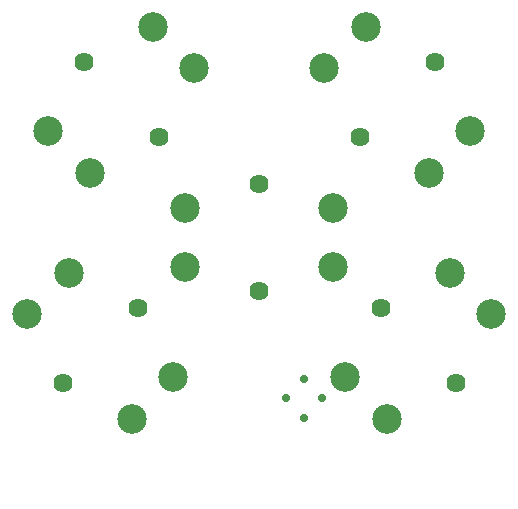
<source format=gbs>
G04*
G04 #@! TF.GenerationSoftware,Altium Limited,Altium Designer,23.8.1 (32)*
G04*
G04 Layer_Color=16711935*
%FSLAX26Y26*%
%MOIN*%
G70*
G04*
G04 #@! TF.SameCoordinates,C2A49AF8-9E88-4C2C-BBB5-2A61B6A386C2*
G04*
G04*
G04 #@! TF.FilePolarity,Negative*
G04*
G01*
G75*
%ADD15C,0.098425*%
%ADD16C,0.063937*%
%ADD17C,0.003937*%
%ADD18C,0.027937*%
D15*
X773590Y-255604D02*
D03*
X634396Y-116410D02*
D03*
X425604Y-603590D02*
D03*
X286410Y-464396D02*
D03*
X-634396Y-116410D02*
D03*
X-773590Y-255604D02*
D03*
X-286410Y-464396D02*
D03*
X-425604Y-603590D02*
D03*
X-216410Y564396D02*
D03*
X-355604Y703590D02*
D03*
X-564396Y216410D02*
D03*
X-703590Y355604D02*
D03*
X355604Y703590D02*
D03*
X216410Y564396D02*
D03*
X703590Y355604D02*
D03*
X564396Y216410D02*
D03*
X246063Y-98425D02*
D03*
Y98425D02*
D03*
X-246063Y-98425D02*
D03*
Y98425D02*
D03*
D16*
X655275Y-485275D02*
D03*
X404725Y-234725D02*
D03*
X-404725Y-234725D02*
D03*
X-655275Y-485275D02*
D03*
X-334725Y334725D02*
D03*
X-585275Y585275D02*
D03*
X585275Y585275D02*
D03*
X334725Y334725D02*
D03*
X0Y-177165D02*
D03*
Y177166D02*
D03*
D17*
Y-862205D02*
D03*
Y-586614D02*
D03*
D18*
X209213Y-535433D02*
D03*
X90000D02*
D03*
X149606Y-470866D02*
D03*
Y-600000D02*
D03*
M02*

</source>
